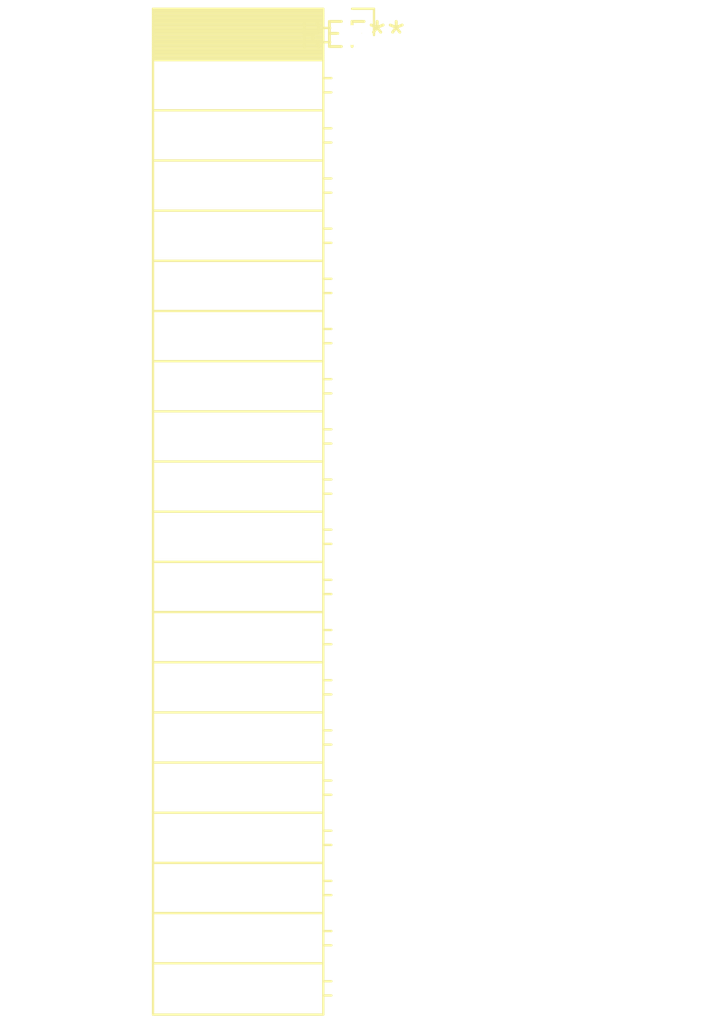
<source format=kicad_pcb>
(kicad_pcb (version 20240108) (generator pcbnew)
  (layers (0 "F.Cu" signal) (31 "B.Cu" signal) (34 "B.Paste" user) (35 "F.Paste" user) (36 "B.SilkS" user "B.Silkscreen") (37 "F.SilkS" user "F.Silkscreen") (38 "B.Mask" user) (39 "F.Mask" user) (44 "Edge.Cuts" user))
  (net 0 "")
  (footprint "PinSocket_1x20_P2.54mm_Horizontal" (layer "F.Cu") (at 0 0)
    (property "Reference" "REF**")
    (property "Value" "PinSocket_1x20_P2.54mm_Horizontal")
    (fp_line (start -10.09 -1.33) (end -10.09 49.59) (layer "F.SilkS") (stroke (width 0.12)))
    (fp_line (start -10.09 -1.33) (end -1.46 -1.33) (layer "F.SilkS") (stroke (width 0.12)))
    (fp_line (start -10.09 -1.21) (end -1.46 -1.21) (layer "F.SilkS") (stroke (width 0.12)))
    (fp_line (start -10.09 -1.091905) (end -1.46 -1.091905) (layer "F.SilkS") (stroke (width 0.12)))
    (fp_line (start -10.09 -0.97381) (end -1.46 -0.97381) (layer "F.SilkS") (stroke (width 0.12)))
    (fp_line (start -10.09 -0.855715) (end -1.46 -0.855715) (layer "F.SilkS") (stroke (width 0.12)))
    (fp_line (start -10.09 -0.73762) (end -1.46 -0.73762) (layer "F.SilkS") (stroke (width 0.12)))
    (fp_line (start -10.09 -0.619525) (end -1.46 -0.619525) (layer "F.SilkS") (stroke (width 0.12)))
    (fp_line (start -10.09 -0.50143) (end -1.46 -0.50143) (layer "F.SilkS") (stroke (width 0.12)))
    (fp_line (start -10.09 -0.383335) (end -1.46 -0.383335) (layer "F.SilkS") (stroke (width 0.12)))
    (fp_line (start -10.09 -0.26524) (end -1.46 -0.26524) (layer "F.SilkS") (stroke (width 0.12)))
    (fp_line (start -10.09 -0.147145) (end -1.46 -0.147145) (layer "F.SilkS") (stroke (width 0.12)))
    (fp_line (start -10.09 -0.02905) (end -1.46 -0.02905) (layer "F.SilkS") (stroke (width 0.12)))
    (fp_line (start -10.09 0.089045) (end -1.46 0.089045) (layer "F.SilkS") (stroke (width 0.12)))
    (fp_line (start -10.09 0.20714) (end -1.46 0.20714) (layer "F.SilkS") (stroke (width 0.12)))
    (fp_line (start -10.09 0.325235) (end -1.46 0.325235) (layer "F.SilkS") (stroke (width 0.12)))
    (fp_line (start -10.09 0.44333) (end -1.46 0.44333) (layer "F.SilkS") (stroke (width 0.12)))
    (fp_line (start -10.09 0.561425) (end -1.46 0.561425) (layer "F.SilkS") (stroke (width 0.12)))
    (fp_line (start -10.09 0.67952) (end -1.46 0.67952) (layer "F.SilkS") (stroke (width 0.12)))
    (fp_line (start -10.09 0.797615) (end -1.46 0.797615) (layer "F.SilkS") (stroke (width 0.12)))
    (fp_line (start -10.09 0.91571) (end -1.46 0.91571) (layer "F.SilkS") (stroke (width 0.12)))
    (fp_line (start -10.09 1.033805) (end -1.46 1.033805) (layer "F.SilkS") (stroke (width 0.12)))
    (fp_line (start -10.09 1.1519) (end -1.46 1.1519) (layer "F.SilkS") (stroke (width 0.12)))
    (fp_line (start -10.09 1.27) (end -1.46 1.27) (layer "F.SilkS") (stroke (width 0.12)))
    (fp_line (start -10.09 3.81) (end -1.46 3.81) (layer "F.SilkS") (stroke (width 0.12)))
    (fp_line (start -10.09 6.35) (end -1.46 6.35) (layer "F.SilkS") (stroke (width 0.12)))
    (fp_line (start -10.09 8.89) (end -1.46 8.89) (layer "F.SilkS") (stroke (width 0.12)))
    (fp_line (start -10.09 11.43) (end -1.46 11.43) (layer "F.SilkS") (stroke (width 0.12)))
    (fp_line (start -10.09 13.97) (end -1.46 13.97) (layer "F.SilkS") (stroke (width 0.12)))
    (fp_line (start -10.09 16.51) (end -1.46 16.51) (layer "F.SilkS") (stroke (width 0.12)))
    (fp_line (start -10.09 19.05) (end -1.46 19.05) (layer "F.SilkS") (stroke (width 0.12)))
    (fp_line (start -10.09 21.59) (end -1.46 21.59) (layer "F.SilkS") (stroke (width 0.12)))
    (fp_line (start -10.09 24.13) (end -1.46 24.13) (layer "F.SilkS") (stroke (width 0.12)))
    (fp_line (start -10.09 26.67) (end -1.46 26.67) (layer "F.SilkS") (stroke (width 0.12)))
    (fp_line (start -10.09 29.21) (end -1.46 29.21) (layer "F.SilkS") (stroke (width 0.12)))
    (fp_line (start -10.09 31.75) (end -1.46 31.75) (layer "F.SilkS") (stroke (width 0.12)))
    (fp_line (start -10.09 34.29) (end -1.46 34.29) (layer "F.SilkS") (stroke (width 0.12)))
    (fp_line (start -10.09 36.83) (end -1.46 36.83) (layer "F.SilkS") (stroke (width 0.12)))
    (fp_line (start -10.09 39.37) (end -1.46 39.37) (layer "F.SilkS") (stroke (width 0.12)))
    (fp_line (start -10.09 41.91) (end -1.46 41.91) (layer "F.SilkS") (stroke (width 0.12)))
    (fp_line (start -10.09 44.45) (end -1.46 44.45) (layer "F.SilkS") (stroke (width 0.12)))
    (fp_line (start -10.09 46.99) (end -1.46 46.99) (layer "F.SilkS") (stroke (width 0.12)))
    (fp_line (start -10.09 49.59) (end -1.46 49.59) (layer "F.SilkS") (stroke (width 0.12)))
    (fp_line (start -1.46 -1.33) (end -1.46 49.59) (layer "F.SilkS") (stroke (width 0.12)))
    (fp_line (start -1.46 -0.36) (end -1.11 -0.36) (layer "F.SilkS") (stroke (width 0.12)))
    (fp_line (start -1.46 0.36) (end -1.11 0.36) (layer "F.SilkS") (stroke (width 0.12)))
    (fp_line (start -1.46 2.18) (end -1.05 2.18) (layer "F.SilkS") (stroke (width 0.12)))
    (fp_line (start -1.46 2.9) (end -1.05 2.9) (layer "F.SilkS") (stroke (width 0.12)))
    (fp_line (start -1.46 4.72) (end -1.05 4.72) (layer "F.SilkS") (stroke (width 0.12)))
    (fp_line (start -1.46 5.44) (end -1.05 5.44) (layer "F.SilkS") (stroke (width 0.12)))
    (fp_line (start -1.46 7.26) (end -1.05 7.26) (layer "F.SilkS") (stroke (width 0.12)))
    (fp_line (start -1.46 7.98) (end -1.05 7.98) (layer "F.SilkS") (stroke (width 0.12)))
    (fp_line (start -1.46 9.8) (end -1.05 9.8) (layer "F.SilkS") (stroke (width 0.12)))
    (fp_line (start -1.46 10.52) (end -1.05 10.52) (layer "F.SilkS") (stroke (width 0.12)))
    (fp_line (start -1.46 12.34) (end -1.05 12.34) (layer "F.SilkS") (stroke (width 0.12)))
    (fp_line (start -1.46 13.06) (end -1.05 13.06) (layer "F.SilkS") (stroke (width 0.12)))
    (fp_line (start -1.46 14.88) (end -1.05 14.88) (layer "F.SilkS") (stroke (width 0.12)))
    (fp_line (start -1.46 15.6) (end -1.05 15.6) (layer "F.SilkS") (stroke (width 0.12)))
    (fp_line (start -1.46 17.42) (end -1.05 17.42) (layer "F.SilkS") (stroke (width 0.12)))
    (fp_line (start -1.46 18.14) (end -1.05 18.14) (layer "F.SilkS") (stroke (width 0.12)))
    (fp_line (start -1.46 19.96) (end -1.05 19.96) (layer "F.SilkS") (stroke (width 0.12)))
    (fp_line (start -1.46 20.68) (end -1.05 20.68) (layer "F.SilkS") (stroke (width 0.12)))
    (fp_line (start -1.46 22.5) (end -1.05 22.5) (layer "F.SilkS") (stroke (width 0.12)))
    (fp_line (start -1.46 23.22) (end -1.05 23.22) (layer "F.SilkS") (stroke (width 0.12)))
    (fp_line (start -1.46 25.04) (end -1.05 25.04) (layer "F.SilkS") (stroke (width 0.12)))
    (fp_line (start -1.46 25.76) (end -1.05 25.76) (layer "F.SilkS") (stroke (width 0.12)))
    (fp_line (start -1.46 27.58) (end -1.05 27.58) (layer "F.SilkS") (stroke (width 0.12)))
    (fp_line (start -1.46 28.3) (end -1.05 28.3) (layer "F.SilkS") (stroke (width 0.12)))
    (fp_line (start -1.46 30.12) (end -1.05 30.12) (layer "F.SilkS") (stroke (width 0.12)))
    (fp_line (start -1.46 30.84) (end -1.05 30.84) (layer "F.SilkS") (stroke (width 0.12)))
    (fp_line (start -1.46 32.66) (end -1.05 32.66) (layer "F.SilkS") (stroke (width 0.12)))
    (fp_line (start -1.46 33.38) (end -1.05 33.38) (layer "F.SilkS") (stroke (width 0.12)))
    (fp_line (start -1.46 35.2) (end -1.05 35.2) (layer "F.SilkS") (stroke (width 0.12)))
    (fp_line (start -1.46 35.92) (end -1.05 35.92) (layer "F.SilkS") (stroke (width 0.12)))
    (fp_line (start -1.46 37.74) (end -1.05 37.74) (layer "F.SilkS") (stroke (width 0.12)))
    (fp_line (start -1.46 38.46) (end -1.05 38.46) (layer "F.SilkS") (stroke (width 0.12)))
    (fp_line (start -1.46 40.28) (end -1.05 40.28) (layer "F.SilkS") (stroke (width 0.12)))
    (fp_line (start -1.46 41) (end -1.05 41) (layer "F.SilkS") (stroke (width 0.12)))
    (fp_line (start -1.46 42.82) (end -1.05 42.82) (layer "F.SilkS") (stroke (width 0.12)))
    (fp_line (start -1.46 43.54) (end -1.05 43.54) (layer "F.SilkS") (stroke (width 0.12)))
    (fp_line (start -1.46 45.36) (end -1.05 45.36) (layer "F.SilkS") (stroke (width 0.12)))
    (fp_line (start -1.46 46.08) (end -1.05 46.08) (layer "F.SilkS") (stroke (width 0.12)))
    (fp_line (start -1.46 47.9) (end -1.05 47.9) (layer "F.SilkS") (stroke (width 0.12)))
    (fp_line (start -1.46 48.62) (end -1.05 48.62) (layer "F.SilkS") (stroke (width 0.12)))
    (fp_line (start 0 -1.33) (end 1.11 -1.33) (layer "F.SilkS") (stroke (width 0.12)))
    (fp_line (start 1.11 -1.33) (end 1.11 0) (layer "F.SilkS") (stroke (width 0.12)))
    (pad "1" thru_hole rect (at 0 0) (size 1.7 1.7) (drill 1) (layers *.Cu *.Mask) (remove_unused_layers))
    (pad "2" thru_hole oval (at 0 2.54) (size 1.7 1.7) (drill 1) (layers *.Cu *.Mask) (remove_unused_layers))
    (pad "3" thru_hole oval (at 0 5.08) (size 1.7 1.7) (drill 1) (layers *.Cu *.Mask) (remove_unused_layers))
    (pad "4" thru_hole oval (at 0 7.62) (size 1.7 1.7) (drill 1) (layers *.Cu *.Mask) (remove_unused_layers))
    (pad "5" thru_hole oval (at 0 10.16) (size 1.7 1.7) (drill 1) (layers *.Cu *.Mask) (remove_unused_layers))
    (pad "6" thru_hole oval (at 0 12.7) (size 1.7 1.7) (drill 1) (layers *.Cu *.Mask) (remove_unused_layers))
    (pad "7" thru_hole oval (at 0 15.24) (size 1.7 1.7) (drill 1) (layers *.Cu *.Mask) (remove_unused_layers))
    (pad "8" thru_hole oval (at 0 17.78) (size 1.7 1.7) (drill 1) (layers *.Cu *.Mask) (remove_unused_layers))
    (pad "9" thru_hole oval (at 0 20.32) (size 1.7 1.7) (drill 1) (layers *.Cu *.Mask) (remove_unused_layers))
    (pad "10" thru_hole oval (at 0 22.86) (size 1.7 1.7) (drill 1) (layers *.Cu *.Mask) (remove_unused_layers))
    (pad "11" thru_hole oval (at 0 25.4) (size 1.7 1.7) (drill 1) (layers *.Cu *.Mask) (remove_unused_layers))
    (pad "12" thru_hole oval (at 0 27.94) (size 1.7 1.7) (drill 1) (layers *.Cu *.Mask) (remove_unused_layers))
    (pad "13" thru_hole oval (at 0 30.48) (size 1.7 1.7) (drill 1) (layers *.Cu *.Mask) (remove_unused_layers))
    (pad "14" thru_hole oval (at 0 33.02) (size 1.7 1.7) (drill 1) (layers *.Cu *.Mask) (remove_unused_layers))
    (pad "15" thru_hole oval (at 0 35.56) (size 1.7 1.7) (drill 1) (layers *.Cu *.Mask) (remove_unused_layers))
    (pad "16" thru_hole oval (at 0 38.1) (size 1.7 1.7) (drill 1) (layers *.Cu *.Mask) (remove_unused_layers))
    (pad "17" thru_hole oval (at 0 40.64) (size 1.7 1.7) (drill 1) (layers *.Cu *.Mask) (remove_unused_layers))
    (pad "18" thru_hole oval (at 0 43.18) (size 1.7 1.7) (drill 1) (layers *.Cu *.Mask) (remove_unused_layers))
    (pad "19" thru_hole oval (at 0 45.72) (size 1.7 1.7) (drill 1) (layers *.Cu *.Mask) (remove_unused_layers))
    (pad "20" thru_hole oval (at 0 48.26) (size 1.7 1.7) (drill 1) (layers *.Cu *.Mask) (remove_unused_layers))
  )
)
</source>
